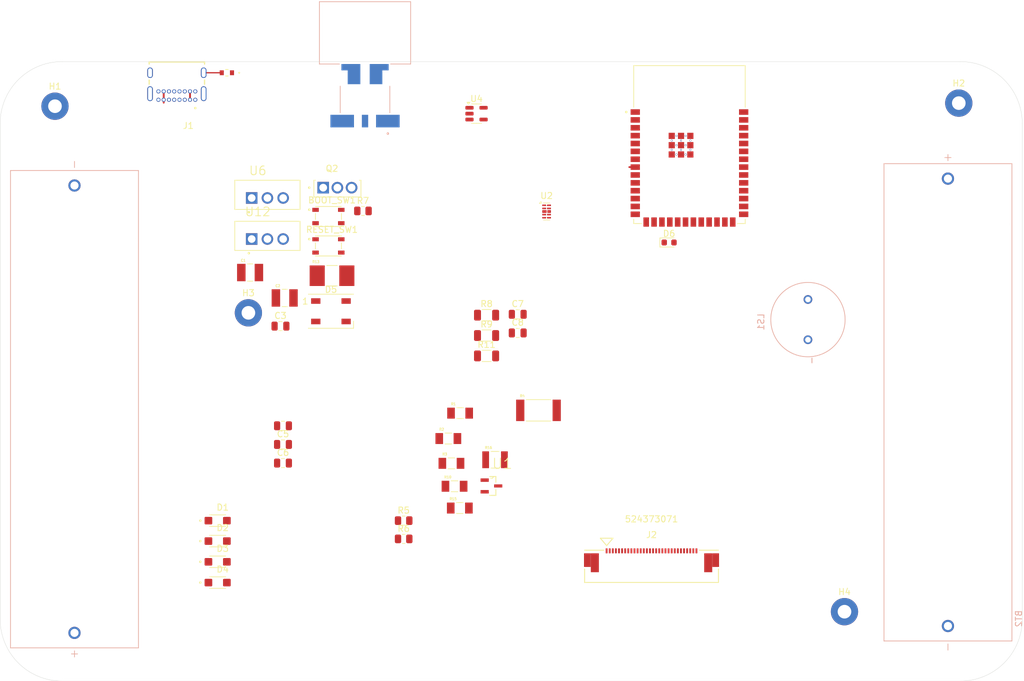
<source format=kicad_pcb>
(kicad_pcb (version 20240108) (generator "pcbnew") (generator_version "8.0")
  (layers (0 "F.Cu" signal) (31 "B.Cu" signal) (34 "B.Paste" user) (35 "F.Paste" user) (36 "B.SilkS" user "B.Silkscreen") (37 "F.SilkS" user "F.Silkscreen") (38 "B.Mask" user) (39 "F.Mask" user) (44 "Edge.Cuts" user))
  (net 0 "")
  (net 1 "Net-(D1-PadC)")
  (net 2 "Net-(U3-IO0)")
  (net 3 "Net-(U1-CATHODE)")
  (net 4 "GND")
  (net 5 "Net-(D2-PadC)")
  (net 6 "Net-(D1-PadA)")
  (net 7 "Net-(D3-PadC)")
  (net 8 "Net-(R1-Pad2)")
  (net 9 "Net-(LED1-Pad1)")
  (net 10 "Net-(BT1-PadN)")
  (net 11 "Net-(U6-ADJ)")
  (net 12 "Net-(U12-VOUT)")
  (net 13 "Net-(U6-VOUT)")
  (net 14 "Net-(U12-ADJ)")
  (net 15 "Net-(J1-VBUS)")
  (net 16 "/3V3")
  (net 18 "Net-(D6-A)")
  (net 20 "Net-(J1-CC2)")
  (net 21 "Net-(J1-CC1)")
  (net 23 "Net-(U3-IO15)")
  (net 24 "/ANODE")
  (net 25 "/ESP32_EN")
  (net 27 "/5V USB")
  (net 38 "Net-(U4-FB)")
  (net 39 "/GPIO48")
  (net 65 "/GPIO9")
  (net 66 "/GPIO10")
  (net 67 "/GPIO8")
  (net 68 "/GPIO18")
  (net 69 "/GPIO16")
  (net 70 "/GPIO5")
  (net 71 "/MTDO")
  (net 72 "/GPIO1")
  (net 73 "/GPIO21")
  (net 74 "/GPIO3")
  (net 75 "/GPIO4")
  (net 76 "/GPIO7")
  (net 77 "/MTMS")
  (net 78 "/MTDI")
  (net 79 "/GPIO13")
  (net 80 "/GPIO2")
  (net 81 "/GPIO6")
  (net 82 "/GPIO12")
  (net 83 "/GPPIO46")
  (net 84 "/USB_D+")
  (net 85 "/GPIO11")
  (net 86 "/GPIO45")
  (net 87 "/GPIO47")
  (net 88 "/GPIO14")
  (net 89 "/GPIO38")
  (net 90 "/GPIO17")
  (net 91 "/MTCK")
  (net 92 "/USB_D-")
  (footprint "Footprints:GCT_USB4085-GF-A_REVB" (layer "F.Cu") (at 58.025 21.3 180)
    (property "Reference" "J1" (at -1.85 -8.555 180) (layer "F.SilkS"))
    (property "Value" "USB4085")
    (pad "A1" thru_hole circle (at -2.975 -4.36 180) (size 0.65 0.65) (drill 0.4) (layers "*.Cu" "*.Mask") (net 4 "GND"))
    (pad "A4" thru_hole circle (at -2.125 -4.36 180) (size 0.65 0.65) (drill 0.4) (layers "*.Cu" "*.Mask") (net 15 "Net-(J1-VBUS)"))
    (pad "A5" thru_hole circle (at -1.275 -4.36 180) (size 0.65 0.65) (drill 0.4) (layers "*.Cu" "*.Mask") (net 21 "Net-(J1-CC1)"))
    (pad "A6" thru_hole circle (at -0.425 -4.36 180) (size 0.65 0.65) (drill 0.4) (layers "*.Cu" "*.Mask") (net 84 "/USB_D+"))
    (pad "A7" thru_hole circle (at 0.425 -4.36 180) (size 0.65 0.65) (drill 0.4) (layers "*.Cu" "*.Mask") (net 92 "/USB_D-"))
    (pad "A8" thru_hole circle (at 1.275 -4.36 180) (size 0.65 0.65) (drill 0.4) (layers "*.Cu" "*.Mask"))
    (pad "A9" thru_hole circle (at 2.125 -4.36 180) (size 0.65 0.65) (drill 0.4) (layers "*.Cu" "*.Mask") (net 15 "Net-(J1-VBUS)"))
    (pad "A12" thru_hole circle (at 2.975 -4.36 180) (size 0.65 0.65) (drill 0.4) (layers "*.Cu" "*.Mask") (net 4 "GND"))
    (pad "B1" thru_hole circle (at 2.975 -3.01 180) (size 0.65 0.65) (drill 0.4) (layers "*.Cu" "*.Mask") (net 4 "GND"))
    (pad "B4" thru_hole circle (at 2.125 -3.01 180) (size 0.65 0.65) (drill 0.4) (layers "*.Cu" "*.Mask") (net 15 "Net-(J1-VBUS)"))
    (pad "B5" thru_hole circle (at 1.275 -3.01 180) (size 0.65 0.65) (drill 0.4) (layers "*.Cu" "*.Mask") (net 20 "Net-(J1-CC2)"))
    (pad "B6" thru_hole circle (at 0.425 -3.01 180) (size 0.65 0.65) (drill 0.4) (layers "*.Cu" "*.Mask") (net 84 "/USB_D+"))
    (pad "B7" thru_hole circle (at -0.425 -3.01 180) (size 0.65 0.65) (drill 0.4) (layers "*.Cu" "*.Mask") (net 92 "/USB_D-"))
    (pad "B8" thru_hole circle (at -1.275 -3.01 180) (size 0.65 0.65) (drill 0.4) (layers "*.Cu" "*.Mask"))
    (pad "B9" thru_hole circle (at -2.125 -3.01 180) (size 0.65 0.65) (drill 0.4) (layers "*.Cu" "*.Mask") (net 15 "Net-(J1-VBUS)"))
    (pad "B12" thru_hole circle (at -2.975 -3.01 180) (size 0.65 0.65) (drill 0.4) (layers "*.Cu" "*.Mask") (net 4 "GND"))
    (pad "S1" thru_hole oval (at -4.325 0 180) (size 0.9 1.7) (drill oval 0.6 1.4) (layers "*.Cu" "*.Mask") (net 4 "GND"))
    (pad "S2" thru_hole oval (at 4.325 0 180) (size 0.9 1.7) (drill oval 0.6 1.4) (layers "*.Cu" "*.Mask") (net 4 "GND"))
    (pad "S3" thru_hole oval (at -4.325 -3.38 180) (size 0.9 2.4) (drill oval 0.6 2.1) (layers "*.Cu" "*.Mask") (net 4 "GND"))
    (pad "S4" thru_hole oval (at 4.325 -3.38 180) (size 0.9 2.4) (drill oval 0.6 2.1) (layers "*.Cu" "*.Mask") (net 4 "GND"))
  )
  (footprint "Footprints:SODFL3618X110N" (layer "F.Cu") (at 64.61 103.6)
    (property "Reference" "D4" (at 0.815 -2.135 0) (layer "F.SilkS"))
    (property "Value" "DSS14UTR" (hide yes))
    (pad "A" smd roundrect (at 1.49 0) (size 1.24 1.22) (layers "F.Cu" "F.Paste" "F.Mask") (roundrect_rratio 0.125) (net 7 "Net-(D3-PadC)"))
    (pad "C" smd roundrect (at -1.49 0) (size 1.24 1.22) (layers "F.Cu" "F.Paste" "F.Mask") (roundrect_rratio 0.125) (net 4 "GND"))
  )
  (footprint "Resistor_SMD:R_1206_3216Metric" (layer "F.Cu") (at 108.02 63.72)
    (property "Reference" "R9" (at 0 -1.82 0) (layer "F.SilkS"))
    (property "Value" "200k")
    (pad "1" smd roundrect (at -1.4625 0) (size 1.125 1.75) (layers "F.Cu" "F.Paste" "F.Mask") (roundrect_rratio 0.222222) (net 38 "Net-(U4-FB)"))
    (pad "2" smd roundrect (at 1.4625 0) (size 1.125 1.75) (layers "F.Cu" "F.Paste" "F.Mask") (roundrect_rratio 0.222222) (net 4 "GND"))
  )
  (footprint "Capacitor_SMD:C_0805_2012Metric" (layer "F.Cu") (at 113.05 60.29)
    (property "Reference" "C7" (at 0 -1.68 0) (layer "F.SilkS"))
    (property "Value" "10uF")
    (pad "1" smd roundrect (at -0.95 0) (size 1 1.45) (layers "F.Cu" "F.Paste" "F.Mask") (net 27 "/5V USB"))
    (pad "2" smd roundrect (at 0.95 0) (size 1 1.45) (layers "F.Cu" "F.Paste" "F.Mask") (net 4 "GND"))
  )
  (footprint "MountingHole:MountingHole_2.2mm_M2_Pad" (layer "F.Cu") (at 38.35 26.7)
    (property "Reference" "H1" (at 0 -3.2 0) (layer "F.SilkS"))
    (property "Value" "MountingHole_Pad" (hide yes))
    (pad "1" thru_hole circle (at 0 0) (size 4.4 4.4) (drill 2.2) (layers "*.Cu" "*.Mask") (net 4 "GND"))
  )
  (footprint "Footprints:SODFL3618X110N" (layer "F.Cu") (at 64.61 96.9)
    (property "Reference" "D2" (at 0.815 -2.135 0) (layer "F.SilkS"))
    (property "Value" "DSS14UTR" (hide yes))
    (pad "A" smd roundrect (at 1.49 0) (size 1.24 1.22) (layers "F.Cu" "F.Paste" "F.Mask") (roundrect_rratio 0.125) (net 1 "Net-(D1-PadC)"))
    (pad "C" smd roundrect (at -1.49 0) (size 1.24 1.22) (layers "F.Cu" "F.Paste" "F.Mask") (roundrect_rratio 0.125) (net 5 "Net-(D2-PadC)"))
  )
  (footprint "Footprints:SODFL3618X110N" (layer "F.Cu") (at 64.61 100.25)
    (property "Reference" "D3" (at 0.815 -2.135 0) (layer "F.SilkS"))
    (property "Value" "DSS14UTR" (hide yes))
    (pad "A" smd roundrect (at 1.49 0) (size 1.24 1.22) (layers "F.Cu" "F.Paste" "F.Mask") (roundrect_rratio 0.125) (net 5 "Net-(D2-PadC)"))
    (pad "C" smd roundrect (at -1.49 0) (size 1.24 1.22) (layers "F.Cu" "F.Paste" "F.Mask") (roundrect_rratio 0.125) (net 7 "Net-(D3-PadC)"))
  )
  (footprint "Resistor_SMD:R_0805_2012Metric" (layer "F.Cu") (at 94.6375 93.6)
    (property "Reference" "R5" (at 0 -1.65 0) (layer "F.SilkS"))
    (property "Value" "5.1k" (hide yes))
    (pad "1" smd roundrect (at -0.9125 0) (size 1.025 1.4) (layers "F.Cu" "F.Paste" "F.Mask") (roundrect_rratio 0.243902) (net 20 "Net-(J1-CC2)"))
    (pad "2" smd roundrect (at 0.9125 0) (size 1.025 1.4) (layers "F.Cu" "F.Paste" "F.Mask") (roundrect_rratio 0.243902) (net 4 "GND"))
  )
  (footprint "Resistor_SMD:R_1206_3216Metric" (layer "F.Cu") (at 108.02 60.43)
    (property "Reference" "R8" (at 0 -1.82 0) (layer "F.SilkS"))
    (property "Value" "1M")
    (pad "1" smd roundrect (at -1.4625 0) (size 1.125 1.75) (layers "F.Cu" "F.Paste" "F.Mask") (roundrect_rratio 0.222222) (net 16 "/3V3"))
    (pad "2" smd roundrect (at 1.4625 0) (size 1.125 1.75) (layers "F.Cu" "F.Paste" "F.Mask") (roundrect_rratio 0.222222) (net 38 "Net-(U4-FB)"))
  )
  (footprint "Footprints:CON_524373071_MOL" (layer "F.Cu") (at 134.650014 100.975)
    (property "Reference" "J2" (at 0 -5.08 0) (layer "F.SilkS"))
    (property "Value" "~")
    (fp_poly (pts (xy -9.8 -2.1) (xy -10.9 -2.1) (xy -10.9 0.1) (xy -9.8 0.1)) (fill solid) (layer "F.Cu"))
    (fp_poly (pts (xy 9.8 -2.1) (xy 10.9 -2.1) (xy 10.9 0.1) (xy 9.8 0.1)) (fill solid) (layer "F.Cu"))
    (fp_text user "524373071" (at 0 -7.62 0) (layer "F.SilkS"))
    (pad "1" smd rect (at -7.249986 -2.5) (size 0.3 0.8) (layers "F.Cu" "F.Paste" "F.Mask") (net 67 "/GPIO8"))
    (pad "2" smd rect (at -6.749986 -2.5) (size 0.3 0.8) (layers "F.Cu" "F.Paste" "F.Mask") (net 65 "/GPIO9"))
    (pad "3" smd rect (at -6.249985 -2.5) (size 0.3 0.8) (layers "F.Cu" "F.Paste" "F.Mask") (net 66 "/GPIO10"))
    (pad "4" smd rect (at -5.749986 -2.5) (size 0.3 0.8) (layers "F.Cu" "F.Paste" "F.Mask") (net 16 "/3V3"))
    (pad "5" smd rect (at -5.249984 -2.5) (size 0.3 0.8) (layers "F.Cu" "F.Paste" "F.Mask") (net 16 "/3V3"))
    (pad "6" smd rect (at -4.749985 -2.5) (size 0.3 0.8) (layers "F.Cu" "F.Paste" "F.Mask"))
    (pad "7" smd rect (at -4.249986 -2.5) (size 0.3 0.8) (layers "F.Cu" "F.Paste" "F.Mask"))
    (pad "8" smd rect (at -3.749985 -2.5) (size 0.3 0.8) (layers "F.Cu" "F.Paste" "F.Mask"))
    (pad "9" smd rect (at -3.249986 -2.5) (size 0.3 0.8) (layers "F.Cu" "F.Paste" "F.Mask"))
    (pad "10" smd rect (at -2.749984 -2.5) (size 0.3 0.8) (layers "F.Cu" "F.Paste" "F.Mask"))
    (pad "11" smd rect (at -2.249985 -2.5) (size 0.3 0.8) (layers "F.Cu" "F.Paste" "F.Mask"))
    (pad "12" smd rect (at -1.749986 -2.5) (size 0.3 0.8) (layers "F.Cu" "F.Paste" "F.Mask"))
    (pad "13" smd rect (at -1.249985 -2.5) (size 0.3 0.8) (layers "F.Cu" "F.Paste" "F.Mask"))
    (pad "14" smd rect (at -0.749986 -2.5) (size 0.3 0.8) (layers "F.Cu" "F.Paste" "F.Mask") (net 16 "/3V3"))
    (pad "15" smd rect (at -0.249984 -2.5) (size 0.3 0.8) (layers "F.Cu" "F.Paste" "F.Mask") (net 4 "GND"))
    (pad "16" smd rect (at 0.250015 -2.5) (size 0.3 0.8) (layers "F.Cu" "F.Paste" "F.Mask"))
    (pad "17" smd rect (at 0.750014 -2.5) (size 0.3 0.8) (layers "F.Cu" "F.Paste" "F.Mask"))
    (pad "18" smd rect (at 1.250015 -2.5) (size 0.3 0.8) (layers "F.Cu" "F.Paste" "F.Mask"))
    (pad "19" smd rect (at 1.750014 -2.5) (size 0.3 0.8) (layers "F.Cu" "F.Paste" "F.Mask"))
    (pad "20" smd rect (at 2.250016 -2.5) (size 0.3 0.8) (layers "F.Cu" "F.Paste" "F.Mask"))
    (pad "21" smd rect (at 2.750015 -2.5) (size 0.3 0.8) (layers "F.Cu" "F.Paste" "F.Mask"))
    (pad "22" smd rect (at 3.250014 -2.5) (size 0.3 0.8) (layers "F.Cu" "F.Paste" "F.Mask"))
    (pad "23" smd rect (at 3.750015 -2.5) (size 0.3 0.8) (layers "F.Cu" "F.Paste" "F.Mask"))
    (pad "24" smd rect (at 4.250014 -2.5) (size 0.3 0.8) (layers "F.Cu" "F.Paste" "F.Mask"))
    (pad "25" smd rect (at 4.750016 -2.5) (size 0.3 0.8) (layers "F.Cu" "F.Paste" "F.Mask"))
    (pad "26" smd rect (at 5.250015 -2.5) (size 0.3 0.8) (layers "F.Cu" "F.Paste" "F.Mask"))
    (pad "27" smd rect (at 5.750014 -2.5) (size 0.3 0.8) (layers "F.Cu" "F.Paste" "F.Mask"))
    (pad "28" smd rect (at 6.250015 -2.5) (size 0.3 0.8) (layers "F.Cu" "F.Paste" "F.Mask"))
    (pad "29" smd rect (at 6.750014 -2.5) (size 0.3 0.8) (layers "F.Cu" "F.Paste" "F.Mask"))
    (pad "30" smd rect (at 7.250016 -2.5) (size 0.3 0.8) (layers "F.Cu" "F.Paste" "F.Mask"))
    (pad "P1" smd rect (at -9.149986 -0.575) (size 1.3 3.049999) (layers "F.Cu" "F.Paste" "F.Mask"))
    (pad "P2" smd rect (at 9.149986 -0.575) (size 1.3 3.049999) (layers "F.Cu" "F.Paste" "F.Mask"))
  )
  (footprint "Footprints:SW_PTS810_SJM_250_SMTR_LFS" (layer "F.Cu") (at 82.49 49.255)
    (property "Reference" "RESET_SW1" (at 0.575 -2.635 0) (layer "F.SilkS"))
    (property "Value" "PTS810_SJM_250_SMTR_LFS" (hide yes))
    (pad "1" smd rect (at -2.075 -1.075) (size 1.05 0.65) (layers "F.Cu" "F.Paste" "F.Mask") (net 4 "GND"))
    (pad "2" smd rect (at 2.075 -1.075) (size 1.05 0.65) (layers "F.Cu" "F.Paste" "F.Mask") (net 4 "GND"))
    (pad "3" smd rect (at -2.075 1.075) (size 1.05 0.65) (layers "F.Cu" "F.Paste" "F.Mask") (net 25 "/ESP32_EN"))
    (pad "4" smd rect (at 2.075 1.075) (size 1.05 0.65) (layers "F.Cu" "F.Paste" "F.Mask") (net 25 "/ESP32_EN"))
  )
  (footprint "Footprints:RESC3225X60N" (layer "F.Cu") (at 109.3882 83.7728)
    (property "Reference" "R16" (at -1.06 -1.95 0) (layer "F.SilkS") (effects (font (size 0.393701 0.393701))))
    (property "Value" "CRCW12101K40FKEA" (hide yes))
    (pad "1" smd rect (at -1.515 0) (size 1.09 2.72) (layers "F.Cu" "F.Paste" "F.Mask") (net 12 "Net-(U12-VOUT)"))
    (pad "2" smd rect (at 1.515 0) (size 1.09 2.72) (layers "F.Cu" "F.Paste" "F.Mask") (net 14 "Net-(U12-ADJ)"))
  )
  (footprint "Package_TO_SOT_SMD:SOT-23-5" (layer "F.Cu") (at 106.4 27.9)
    (property "Reference" "U4" (at 0 -2.4 0) (layer "F.SilkS"))
    (property "Value" "TLV75801PDBV")
    (pad "1" smd roundrect (at -1.1375 -0.95) (size 1.325 0.6) (layers "F.Cu" "F.Paste" "F.Mask") (net 27 "/5V USB"))
    (pad "2" smd roundrect (at -1.1375 0) (size 1.325 0.6) (layers "F.Cu" "F.Paste" "F.Mask") (net 4 "GND"))
    (pad "3" smd roundrect (at -1.1375 0.95) (size 1.325 0.6) (layers "F.Cu" "F.Paste" "F.Mask") (net 27 "/5V USB"))
    (pad "4" smd roundrect (at 1.1375 0.95) (size 1.325 0.6) (layers "F.Cu" "F.Paste" "F.Mask") (net 38 "Net-(U4-FB)"))
    (pad "5" smd roundrect (at 1.1375 -0.95) (size 1.325 0.6) (layers "F.Cu" "F.Paste" "F.Mask") (net 16 "/3V3"))
  )
  (footprint "MountingHole:MountingHole_2.2mm_M2_Pad" (layer "F.Cu") (at 69.575 60.055)
    (property "Reference" "H3" (at 0 -3.2 0) (layer "F.SilkS"))
    (property "Value" "MountingHole_Pad" (hide yes))
    (pad "1" thru_hole circle (at 0 0) (size 4.4 4.4) (drill 2.2) (layers "*.Cu" "*.Mask") (net 4 "GND"))
  )
  (footprint "Resistor_SMD:R_0805_2012Metric" (layer "F.Cu") (at 94.6375 96.55)
    (property "Reference" "R6" (at 0 -1.65 0) (layer "F.SilkS"))
    (property "Value" "5.1k")
    (pad "1" smd roundrect (at -0.9125 0) (size 1.025 1.4) (layers "F.Cu" "F.Paste" "F.Mask") (roundrect_rratio 0.243902) (net 21 "Net-(J1-CC1)"))
    (pad "2" smd roundrect (at 0.9125 0) (size 1.025 1.4) (layers "F.Cu" "F.Paste" "F.Mask") (roundrect_rratio 0.243902) (net 4 "GND"))
  )
  (footprint "MountingHole:MountingHole_2.2mm_M2_Pad" (layer "F.Cu") (at 165.8 108.3)
    (property "Reference" "H4" (at 0 -3.2 0) (layer "F.SilkS"))
    (property "Value" "MountingHole_Pad" (hide yes))
    (pad "1" thru_hole circle (at 0 0) (size 4.4 4.4) (drill 2.2) (layers "*.Cu" "*.Mask") (net 4 "GND"))
  )
  (footprint "Capacitor_SMD:C_0805_2012Metric" (layer "F.Cu") (at 75.1575 84.31)
    (property "Reference" "C6" (at 0 -1.68 0) (layer "F.SilkS"))
    (property "Value" "0.1uF")
    (pad "1" smd roundrect (at -0.95 0) (size 1 1.45) (layers "F.Cu" "F.Paste" "F.Mask") (net 2 "Net-(U3-IO0)"))
    (pad "2" smd roundrect (at 0.95 0) (size 1 1.45) (layers "F.Cu" "F.Paste" "F.Mask") (net 4 "GND"))
  )
  (footprint "Footprints:RESC6332X70N" (layer "F.Cu") (at 116.4 75.8)
    (property "Reference" "R4" (at -2.61 -2.33 0) (layer "F.SilkS") (effects (font (size 0.393701 0.393701) (thickness 0.098425))))
    (property "Value" "RMCF2512JT330R" (hide yes))
    (pad "1" smd rect (at -2.944 0) (size 1.33 3.46) (layers "F.Cu" "F.Paste" "F.Mask") (net 6 "Net-(D1-PadA)"))
    (pad "2" smd rect (at 2.944 0) (size 1.33 3.46) (layers "F.Cu" "F.Paste" "F.Mask") (net 9 "Net-(LED1-Pad1)"))
  )
  (footprint "Footprints:RESC3216X70N" (layer "F.Cu") (at 103.7012 91.5698)
    (property "Reference" "R15" (at -1.08 -1.48 0) (layer "F.SilkS") (effects (font (size 0.393701 0.393701) (thickness 0.098425))))
    (property "Value" "RMCF2512JT3K30" (hide yes))
    (pad "1" smd rect (at -1.466 0) (size 1.23 1.77) (layers "F.Cu" "F.Paste" "F.Mask") (net 14 "Net-(U12-ADJ)"))
    (pad "2" smd rect (at 1.466 0) (size 1.23 1.77) (layers "F.Cu" "F.Paste" "F.Mask") (net 4 "GND"))
  )
  (footprint "Footprints:RESC3216X70N" (layer "F.Cu") (at 102.35 84.35)
    (property "Reference" "R3" (at -1.08 -1.48 0) (layer "F.SilkS") (effects (font (size 0.393701 0.393701) (thickness 0.098425))))
    (property "Value" "RMCF1206FT1K00" (hide yes))
    (pad "1" smd rect (at -1.466 0) (size 1.23 1.77) (layers "F.Cu" "F.Paste" "F.Mask") (net 11 "Net-(U6-ADJ)"))
    (pad "2" smd rect (at 1.466 0) (size 1.23 1.77) (layers "F.Cu" "F.Paste" "F.Mask") (net 3 "Net-(U1-CATHODE)"))
  )
  (footprint "Footprints:XCVR_ESP32-S3-WROOM-2-N32R8V" (layer "F.Cu") (at 140.775 32.9)
    (property "Reference" "U3" (hide yes))
    (property "Value" "ESP32-S3-WROOM-2-N32R8V" (hide yes))
    (pad "1" smd rect (at -8.75 -5.26) (size 1.5 0.9) (layers "F.Cu" "F.Paste" "F.Mask") (net 4 "GND"))
    (pad "2" smd rect (at -8.75 -3.99) (size 1.5 0.9) (layers "F.Cu" "F.Paste" "F.Mask") (net 16 "/3V3"))
    (pad "3" smd rect (at -8.75 -2.72) (size 1.5 0.9) (layers "F.Cu" "F.Paste" "F.Mask") (net 25 "/ESP32_EN"))
    (pad "4" smd rect (at -8.75 -1.45) (size 1.5 0.9) (layers "F.Cu" "F.Paste" "F.Mask") (net 75 "/GPIO4"))
    (pad "5" smd rect (at -8.75 -0.18) (size 1.5 0.9) (layers "F.Cu" "F.Paste" "F.Mask") (net 70 "/GPIO5"))
    (pad "6" smd rect (at -8.75 1.09) (size 1.5 0.9) (layers "F.Cu" "F.Paste" "F.Mask") (net 81 "/GPIO6"))
    (pad "7" smd rect (at -8.75 2.36) (size 1.5 0.9) (layers "F.Cu" "F.Paste" "F.Mask") (net 76 "/GPIO7"))
    (pad "8" smd rect (at -8.75 3.63) (size 1.5 0.9) (layers "F.Cu" "F.Paste" "F.Mask") (net 23 "Net-(U3-IO15)"))
    (pad "9" smd rect (at -8.75 4.9) (size 1.5 0.9) (layers "F.Cu" "F.Paste" "F.Mask") (net 69 "/GPIO16"))
    (pad "10" smd rect (at -8.75 6.17) (size 1.5 0.9) (layers "F.Cu" "F.Paste" "F.Mask") (net 90 "/GPIO17"))
    (pad "11" smd rect (at -8.75 7.44) (size 1.5 0.9) (layers "F.Cu" "F.Paste" "F.Mask") (net 68 "/GPIO18"))
    (pad "12" smd rect (at -8.75 8.71) (size 1.5 0.9) (layers "F.Cu" "F.Paste" "F.Mask") (net 67 "/GPIO8"))
    (pad "13" smd rect (at -8.75 9.98) (size 1.5 0.9) (layers "F.Cu" "F.Paste" "F.Mask") (net 92 "/USB_D-"))
    (pad "14" smd rect (at -8.75 11.25) (size 1.5 0.9) (layers "F.Cu" "F.Paste" "F.Mask") (net 84 "/USB_D+"))
    (pad "15" smd rect (at -6.985 12.5) (size 0.9 1.5) (layers "F.Cu" "F.Paste" "F.Mask") (net 74 "/GPIO3"))
    (pad "16" smd rect (at -5.715 12.5) (size 0.9 1.5) (layers "F.Cu" "F.Paste" "F.Mask") (net 83 "/GPPIO46"))
    (pad "17" smd rect (at -4.445 12.5) (size 0.9 1.5) (layers "F.Cu" "F.Paste" "F.Mask") (net 65 "/GPIO9"))
    (pad "18" smd rect (at -3.175 12.5) (size 0.9 1.5) (layers "F.Cu" "F.Paste" "F.Mask") (net 66 "/GPIO10"))
    (pad "19" smd rect (at -1.905 12.5) (size 0.9 1.5) (layers "F.Cu" "F.Paste" "F.Mask") (net 85 "/GPIO11"))
    (pad "20" smd rect (at -0.635 12.5) (size 0.9 1.5) (layers "F.Cu" "F.Paste" "F.Mask") (net 82 "/GPIO12"))
    (pad "21" smd rect (at 0.635 12.5) (size 0.9 1.5) (layers "F.Cu" "F.Paste" "F.Mask") (net 79 "/GPIO13"))
    (pad "22" smd rect (at 1.905 12.5) (size 0.9 1.5) (layers "F.Cu" "F.Paste" "F.Mask") (net 88 "/GPIO14"))
    (pad "23" smd rect (at 3.175 12.5) (size 0.9 1.5) (layers "F.Cu" "F.Paste" "F.Mask") (net 73 "/GPIO21"))
    (pad "24" smd rect (at 4.445 12.5) (size 0.9 1.5) (layers "F.Cu" "F.Paste" "F.Mask") (net 87 "/GPIO47"))
    (pad "25" smd rect (at 5.715 12.5) (size 0.9 1.5) (layers "F.Cu" "F.Paste" "F.Mask") (net 39 "/GPIO48"))
    (pad "26" smd rect (at 6.985 12.5) (size 0.9 1.5) (layers "F.Cu" "F.Paste" "F.Mask") (net 86 "/GPIO45"))
    (pad "27" smd rect (at 8.75 11.25) (size 1.5 0.9) (layers "F.Cu" "F.Paste" "F.Mask") (net 2 "Net-(U3-IO0)"))
    (pad "28" smd rect (at 8.75 9.98) (size 1.5 0.9) (layers "F.Cu" "F.Paste" "F.Mask"))
    (pad "29" smd rect (at 8.75 8.71) (size 1.5 0.9) (layers "F.Cu" "F.Paste" "F.Mask"))
    (pad "30" smd rect (at 8.75 7.44) (size 1.5 0.9) (layers "F.Cu" "F.Paste" "F.Mask"))
    (pad "31" smd rect (at 8.75 6.17) (size 1.5 0.9) (layers "F.Cu" "F.Paste" "F.Mask") (net 89 "/GPIO38"))
    (pad "32" smd rect (at 8.75 4.9) (size 1.5 0.9) (layers "F.Cu" "F.Paste" "F.Mask") (net 91 "/MTCK"))
    (pad "33" smd rect (at 8.75 3.63) (size 1.5 0.9) (layers "F.Cu" "F.Paste" "F.Mask") (net 71 "/MTDO"))
    (pad "34" smd rect (at 8.75 2.36) (size 1.5 0.9) (layers "F.Cu" "F.Paste" "F.Mask") (net 78 "/MTDI"))
    (pad "35" smd rect (at 8.75 1.09) (size 1.5 0.9) (layers "F.Cu" "F.Paste" "F.Mask") (net 77 "/MTMS"))
    (pad "36" smd rect (at 8.75 -0.18) (size 1.5 0.9) (layers "F.Cu" "F.Paste" "F.Mask"))
    (pad "37" smd rect (at 8.75 -1.45) (size 1.5 0.9) (layers "F.Cu" "F.Paste" "F.Mask"))
    (pad "38" smd rect (at 8.75 -2.72) (size 1.5 0.9) (layers "F.Cu" "F.Paste" "F.Mask") (net 80 "/GPIO2"))
    (pad "39" smd rect (at 8.75 -3.99) (size 1.5 0.9) (layers "F.Cu" "F.Paste" "F.Mask") (net 72 "/GPIO1"))
    (pad "40" smd rect (at 8.75 -5.26) (size 1.5 0.9) (layers "F.Cu" "F.Paste" "F.Mask") (net 4 "GND"))
    (pad "41_1" smd rect (at -1.36 0.09) (size 1 1) (layers "F.Cu" "F.Paste" "F.Mask") (net 4 "GND"))
    (pad "41_2" smd rect (at -2.86 0.09) (size 1 1) (layers "F.Cu" "F.Paste" "F.Mask") (net 4 "GND"))
    (pad "41_3" smd rect (at 0.14 0.09) (size 1 1) (layers "F.Cu" "F.Paste" "F.Mask") (net 4 "GND"))
    (pad "41_4" smd rect (at -2.86 1.59) (size 1 1) (layers "F.Cu" "F.Paste" "F.Mask") (net 4 "GND"))
    (pad "41_5" smd rect (at -1.36 1.59) (size 1 1) (layers "F.Cu" "F.Paste" "F.Mask") (net 4 "GND"))
    (pad "41_6" smd rect (at 0.14 1.59) (size 1 1) (layers "F.Cu" "F.Paste" "F.Mask") (net 4 "GND"))
    (pad "41_7" smd rect (at -2.86 -1.41) (size 1 1) (layers "F.Cu" "F.Paste" "F.Mask") (net 4 "GND"))
    (pad "41_8" smd rect (at -1.36 -1.41) (size 1 1) (layers "F.Cu" "F.Paste" "F.Mask") (net 4 "GND"))
    (pad "41_9" smd rect (at 0.14 -1.41) (size 1 1) (layers "F.Cu" "F.Paste" "F.Mask") (net 4 "GND"))
    (pad "41_10" thru_hole circle (at -1.36 -0.66) (size 0.3 0.3) (drill 0.2) (layers "*.Cu"))
    (pad "41_11" thru_hole circle (at -2.86 -0.66) (size 0.3 0.3) (drill 0.2) (layers "*.Cu"))
    (pad "41_12" thru_hole circle (at 0.14 -0.66) (size 0.3 0.3) (drill 0.2) (layers "*.Cu"))
    (pad "41_13" thru_hole circle (at -2.86 0.84) (size 0.3 0.3) (drill 0.2) (layers "*.Cu"))
    (pad "41_14" thru_hole circle (at -1.36 0.84) (size 0.3 0.3) (drill 0.2) (layers "*.Cu"))
    (pad "41_15" thru_hole circle (at 0.14 0.84) (size 0.3 0.3) (drill 0.2) (layers "*.Cu"))
    (pad "41_16" thru_hole circle (at -2.11 -1.41) (size 0.3 0.3) (drill 0.2) (layers "*.Cu"))
    (pad "41_17" thru_hole circle (at -0.61 -1.41) (size 0.3 0.3) (drill 0.2) (layers "*.Cu"))
    (pad "41_18" thru_hole circle (at -2.11 0.09) (size 0.3 0.3) (drill 0.2) (layers "*.Cu"))
    (pad "41_19" thru_hole circle (at -0.61 0.09) (size 0.3 0.3) (drill 0.2) (layers "*.Cu"))
    (pad "41_20" thru_hole circle (at -2.11 1.59) (size 0.3 0.3) (drill 0.2) (layers "*.Cu"))
    (pad "41_21" thru_hole circle (at -0.61 1.59) (size 0.3 0.3) (drill 0.2) (layers "*.Cu"))
  )
  (footprint "Footprints:SW_PTS810_SJM_250_SMTR_LFS" (layer "F.Cu") (at 82.49 44.505)
    (property "Reference" "BOOT_SW1" (at 0.575 -2.635 0) (layer "F.SilkS"))
    (property "Value" "PTS810_SJM_250_SMTR_LFS" (hide yes))
    (pad "1" smd rect (at -2.075 -1.075) (size 1.05 0.65) (layers "F.Cu" "F.Paste" "F.Mask") (net 4 "GND"))
    (pad "2" smd rect (at 2.075 -1.075) (size 1.05 0.65) (layers "F.Cu" "F.Paste" "F.Mask") (net 4 "GND"))
    (pad "3" smd rect (at -2.075 1.075) (size 1.05 0.65) (layers "F.Cu" "F.Paste" "F.Mask") (net 2 "Net-(U3-IO0)"))
    (pad "4" smd rect (at 2.075 1.075) (size 1.05 0.65) (layers "F.Cu" "F.Paste" "F.Mask") (net 2 "Net-(U3-IO0)"))
  )
  (footprint "Footprints:TO254P1054X470X1955-3" (layer "F.Cu") (at 72.645 47.63)
    (property "Reference" "U12" (at -1.555 -3.889 0) (layer "F.SilkS") (effects (font (size 1.4 1.4))))
    (property "Value" "LM317T" (hide yes))
    (pad "1" thru_hole rect (at -2.54 0.51) (size 1.86 1.86) (drill 1.24) (layers "*.Cu" "*.Mask") (net 14 "Net-(U12-ADJ)"))
    (pad "2" thru_hole circle (at 0 0.51) (size 1.86 1.86) (drill 1.24) (layers "*.Cu" "*.Mask") (net 12 "Net-(U12-VOUT)"))
    (pad "3" thru_hole circle (at 2.54 0.51) (size 1.86 1.86) (drill 1.24) (layers "*.Cu" "*.Mask") (net 15 "Net-(J1-VBUS)"))
  )
  (footprint "Package_DFN_QFN:Diodes_UDFN-10_1.0x2.5mm_P0.5mm" (layer "F.Cu") (at 117.7125 43.7)
    (property "Reference" "U2" (at 0 -2.54 0) (layer "F.SilkS"))
    (property "Value" "D3V3XA4B10LP" (hide yes))
    (pad "1" smd rect (at -0.3875 -1 270) (size 0.25 0.625) (layers "F.Cu" "F.Paste" "F.Mask") (net 84 "/USB_D+"))
    (pad "2" smd rect (at -0.3875 -0.5 270) (size 0.25 0.625) (layers "F.Cu" "F.Paste" "F.Mask") (net 92 "/USB_D-"))
    (pad "3" smd rect (at -0.35 0 270) (size 0.45 0.7) (layers "F.Cu" "F.Paste" "F.Mask") (net 4 "GND"))
    (pad "4" smd rect (at -0.3875 0.5 270) (size 0.25 0.625) (layers "F.Cu" "F.Paste" "F.Mask") (net 27 "/5V USB"))
    (pad "5" smd rect (at -0.3875 1 270) (size 0.25 0.625) (layers "F.Cu" "F.Paste" "F.Mask"))
    (pad "6" smd rect (at 0.3875 1 270) (size 0.25 0.625) (layers "F.Cu" "F.Paste" "F.Mask"))
    (pad "7" smd rect (at 0.3875 0.5 270) (size 0.25 0.625) (layers "F.Cu" "F.Paste" "F.Mask"))
    (pad "8" smd rect (at 0.4125 0 270) (size 0.45 0.575) (layers "F.Cu" "F.Paste" "F.Mask") (net 4 "GND"))
    (pad "9" smd rect (at 0.3875 -0.5 270) (size 0.25 0.625) (layers "F.Cu" "F.Paste" "F.Mask"))
    (pad "10" smd rect (at 0.3875 -1 270) (size 0.25 0.625) (layers "F.Cu" "F.Paste" "F.Mask"))
  )
  (footprint "LED_SMD:LED_0603_1608Metric" (layer "F.Cu") (at 137.4875 48.7)
    (property "Reference" "D6" (at 0 -1.43 0) (layer "F.SilkS"))
    (property "Value" "LED")
    (pad "1" smd roundrect (at -0.7875 0) (size 0.875 0.95) (layers "F.Cu" "F.Paste" "F.Mask") (net 4 "GND"))
    (pad "2" smd roundrect (at 0.7875 0) (size 0.875 0.95) (layers "F.Cu" "F.Paste" "F.Mask") (net 18 "Net-(D6-A)"))
  )
  (footprint "LED_SMD:LED_WS2812B_PLCC4_5.0x5.0mm_P3.2mm" (layer "F.Cu") (at 82.9 59.8)
    (property "Reference" "D5" (at 0 -3.5 0) (layer "F.SilkS"))
    (property "Value" "WS2812B" (hide yes))
    (fp_text user "1" (at -4.15 -1.6 0) (layer "F.SilkS"))
    (pad "1" smd rect (at -2.45 -1.65) (size 1.5 0.9) (layers "F.Cu" "F.Paste" "F.Mask") (net 16 "/3V3"))
    (pad "2" smd rect (at -2.45 1.65) (size 1.5 0.9) (layers "F.Cu" "F.Paste" "F.Mask"))
    (pad "3" smd rect (at 2.45 1.65) (size 1.5 0.9) (layers "F.Cu" "F.Paste" "F.Mask") (net 4 "GND"))
    (pad "4" smd rect (at 2.45 -1.65) (size 1.5 0.9) (layers "F.Cu" "F.Paste" "F.Mask") (net 39 "/GPIO48"))
  )
  (footprint "Footprints:RESC3216X70N" (layer "F.Cu") (at 101.85 80.35)
    (property "Reference" "R2" (at -1.08 -1.48 0) (layer "F.SilkS") (effects (font (size 0.393701 0.393701) (thickness 0.098425))))
    (property "Value" "RMCF1206FT20R0" (hide yes))
    (pad "1" smd rect (at -1.466 0) (size 1.23 1.77) (layers "F.Cu" "F.Paste" "F.Mask") (net 11 "Net-(U6-ADJ)"))
    (pad "2" smd rect (at 1.466 0) (size 1.23 1.77) (layers "F.Cu" "F.Paste" "F.Mask") (net 24 "/ANODE"))
  )
  (footprint "Capacitor_SMD:C_0805_2012Metric" (layer "F.Cu") (at 113.05 63.3)
    (property "Reference" "C8" (at 0 -1.68 0) (layer "F.SilkS"))
    (property "Value" "10uF")
    (pad "1" smd roundrect (at -0.95 0) (size 1 1.45) (layers "F.Cu" "F.Paste" "F.Mask") (net 16 "/3V3"))
    (pad "2" smd roundrect (at 0.95 0) (size 1 1.45) (layers "F.Cu" "F.Paste" "F.Mask") (net 4 "GND"))
  )
  (footprint "Footprints:RESC3216X70N" (layer "F.Cu") (at 103.75 76.25)
    (property "Reference" "R1" (at -1.08 -1.48 0) (layer "F.SilkS") (effects (font (size 0.393701 0.393701) (thickness 0.098425))))
    (property "Value" "RMCF1206FT20R0" (hide yes))
    (pad "1" smd rect (at -1.466 0) (size 1.23 1.77) (layers "F.Cu" "F.Paste" "F.Mask") (net 24 "/ANODE"))
    (pad "2" smd rect (at 1.466 0) (size 1.23 1.77) (layers "F.Cu" "F.Paste" "F.Mask") (net 8 "Net-(R1-Pad2)"))
  )
  (footprint "Footprints:SOT95P237X112-3N" (layer "F.Cu") (at 108.8078 88)
    (property "Reference" "U1" (at 1.75616 -3.58864 0) (layer "F.SilkS") (effects (font (size 1.643323 1.643323))))
    (property "Value" "TL431AIDBZR")
    (pad "1" smd rect (at -1.0922 -0.9398) (size 1.3208 0.5588) (layers "F.Cu" "F.Paste" "F.Mask") (net 4 "GND"))
    (pad "2" smd rect (at -1.0922 0.9398) (size 1.3208 0.5588) (layers "F.Cu" "F.Paste" "F.Mask") (net 3 "Net-(U1-CATHODE)"))
    (pad "3" smd rect (at 1.0922 0) (size 1.3208 0.508) (layers "F.Cu" "F.Paste" "F.Mask") (net 24 "/ANODE"))
  )
  (footprint "Footprints:TO254P1054X470X1955-3" (layer "F.Cu") (at 72.645 41.005)
    (property "Reference" "U6" (at -1.555 -3.889 0) (layer "F.SilkS") (effects (font (size 1.4 1.4))))
    (property "Value" "LM317T")
    (pad "1" thru_hole rect (at -2.54 0.51) (size 1.86 1.86) (drill 1.24) (layers "*.Cu" "*.Mask") (net 11 "Net-(U6-ADJ)"))
    (pad "2" thru_hole circle (at 0 0.51) (size 1.86 1.86) (drill 1.24) (layers "*.Cu" "*.Mask") (net 13 "Net-(U6-VOUT)"))
    (pad "3" thru_hole circle (at 2.54 0.51) (size 1.86 1.86) (drill 1.24) (layers "*.Cu" "*.Mask") (net 12 "Net-(U12-VOUT)"))
  )
  (footprint "Resistor_SMD:R_0805_2012Metric" (layer "F.Cu") (at 88.065 43.605)
    (property "Reference" "R7" (at 0 -1.65 0) (layer "F.SilkS"))
    (property "Value" "10k")
    (pad "1" smd roundrect (at -0.9125 0) (size 1.025 1.4) (layers "F.Cu" "F.Paste" "F.Mask") (roundrect_rratio 0.243902) (net 16 "/3V3"))
    (pad "2" smd roundrect (at 0.9125 0) (size 1.025 1.4) (layers "F.Cu" "F.Paste" "F.Mask") (roundrect_rratio 0.243902) (net 25 "/ESP32_EN"))
  )
  (footprint "Footprints:RESC3216X70N" (layer "F.Cu") (at 102.85 88.05)
    (property "Reference" "R10" (at -1.08 -1.48 0) (layer "F.SilkS") (effects (font (size 0.393701 0.393701) (thickness 0.098425))))
    (property "Value" "RMCF1206FT20R0" (hide yes))
    (pad "1" smd rect (at -1.466 0) (size 1.23 1.77) (layers "F.Cu" "F.Paste" "F.Mask") (net 8 "Net-(R1-Pad2)"))
    (pad "2" smd rect (at 1.466 0) (size 1.23 1.77) (layers "F.Cu" "F.Paste" "F.Mask") (net 4 "GND"))
  )
  (footprint "Footprints:RESC6331X80N" (layer "F.Cu") (at 83.073 54.063)
    (property "Reference" "R13" (at -2.61 -2.25 0) (layer "F.SilkS") (effects (font (size 0.393701 0.393701) (thickness 0.098425))))
    (property "Value" "CRM2512-FX-2R00ELF" (hide yes))
    (pad "1" smd rect (at -2.39 0) (size 2.44 3.32) (layers "F.Cu" "F.Paste" "F.Mask") (net 13 "Net-(U6-VOUT)"))
    (pad "2" smd rect (at 2.39 0) (size 2.44 3.32) (layers "F.Cu" "F.Paste" "F.Mask") (net 11 "Net-(U6-ADJ)"))
  )
  (footprint "Resistor_SMD:R_1206_3216Metric" (layer "F.Cu") (at 108.02 67.01)
    (property "Reference" "R11" (at 0 -1.82 0) (layer "F.SilkS"))
    (property "Value" "5.1k")
    (pad "1" smd roundrect (at -1.4625 0) (size 1.125 1.75) (layers "F.Cu" "F.Paste" "F.Mask") (roundrect_rratio 0.222222) (net 16 "/3V3"))
    (pad "2" smd roundrect (at 1.4625 0) (size 1.125 1.75) (layers "F.Cu" "F.Paste" "F.Mask") (roundrect_rratio 0.222222) (net 18 "Net-(D6-A)"))
  )
  (footprint "Footprints:SODFL3618X110N" (layer "F.Cu") (at 64.61 93.6)
    (property "Reference" "D1" (at 0.815 -2.135 0) (layer "F.SilkS"))
    (property "Value" "DSS14UTR" (hide yes))
    (pad "A" smd roundrect (at 1.49 0) (size 1.24 1.22) (layers "F.Cu" "F.Paste" "F.Mask") (roundrect_rratio 0.125) (net 6 "Net-(D1-PadA)"))
    (pad "C" smd roundrect (at -1.49 0) (size 1.24 1.22) (layers "F.Cu" "F.Paste" "F.Mask") (roundrect_rratio 0.125) (net 1 "Net-(D1-PadC)"))
  )
  (footprint "MountingHole:MountingHole_2.2mm_M2_Pad" (layer "F.Cu") (at 184.25 26.2)
    (property "Reference" "H2" (at 0 -3.2 0) (layer "F.SilkS"))
    (property "Value" "MountingHole_Pad")
    (pad "1" thru_hole circle (at 0 0) (size 4.4 4.4) (drill 2.2) (layers "*.Cu" "*.Mask") (net 4 "GND"))
  )
  (footprint "Capacitor_SMD:C_0805_2012Metric" (layer "F.Cu") (at 75.1575 81.3)
    (property "Reference" "C5" (at 0 -1.68 0) (layer "F.SilkS"))
    (property "Value" "0.1uF")
    (pad "1" smd roundrect (at -0.95 0) (size 1 1.45) (layers "F.Cu" "F.Paste" "F.Mask") (net 25 "/ESP32_EN"))
    (pad "2" smd roundrect (at 0.95 0) (size 1 1.45) (layers "F.Cu" "F.Paste" "F.Mask") (net 4 "GND"))
  )
  (footprint "Footprints:CAPC3225X280N" (layer "F.Cu") (at 69.85 53.55)
    (property "Reference" "C1" (at -1.11 -1.95 0) (layer "F.SilkS") (effects (font (size 0.393701 0.393701) (thickness 0.098425))))
    (property "Value" "JMK325ABJ107MM-P" (hide yes))
    (pad "1" smd rect (at -1.42 0) (size 1.37 2.81) (layers "F.Cu" "F.Paste" "F.Mask") (net 15 "Net-(J1-VBUS)"))
    (pad "2" smd rect (at 1.42 0) (size 1.37 2.81) (layers "F.Cu" "F.Paste" "F.Mask") (net 4 "GND"))
  )
  (footprint "Footprints:LED_APT1608SGC_KNB" (layer "F.Cu") (at 66.1 21.3 180)
    (property "Reference" "LED1" (hide yes))
    (property "Value" "APT1608SGC" (hide yes))
    (pad "1" smd rect (at -0.8255 0 180) (size 0.6604 0.7874) (layers "F.Cu" "F.Paste" "F.Mask") (net 9 "Net-(LED1-Pad1)"))
    (pad "2" smd rect (at 0.8255 0 180) (size 0.6604 0.7874) (layers "F.Cu" "F.Paste" "F.Mask") (net 4 "GND"))
  )
  (footprint "Capacitor_SMD:C_0805_2012Metric" (layer "F.Cu") (at 74.75 62.2)
    (property "Reference" "C3" (at 0 -1.68 0) (layer "F.SilkS"))
    (property "Value" "0.1uF" (hide yes))
    (pad "1" smd roundrect (at -0.95 0) (size 1 1.45) (layers "F.Cu" "F.Paste" "F.Mask") (net 16 "/3V3"))
    (pad "2" smd roundrect (at 0.95 0) (size 1 1.45) (layers "F.Cu" "F.Paste" "F.Mask") (net 4 "GND"))
  )
  (footprint "Footprints:CAPC3225X280N" (layer "F.Cu") (at 75.433 57.655)
    (property "Reference" "C2" (at -1.11 -1.95 0) (layer "F.SilkS") (effects (font (size 0.393701 0.393701) (thickness 0.098425))))
    (property "Value" "JMK325ABJ107MM-P" (hide yes))
    (pad "1" smd rect (at -1.42 0) (size 1.37 2.81) (layers "F.Cu" "F.Paste" "F.Mask") (net 12 "Net-(U12-VOUT)"))
    (pad "2" smd rect (at 1.42 0) (size 1.37 2.81) (layers "F.Cu" "F.Paste" "F.Mask") (net 4 "GND"))
  )
  (footprint "Footprints:TO229P760X270X1364-3" (layer "F.Cu") (at 83.94 40.005)
    (property "Reference" "Q2" (at -0.875 -3.235 0) (layer "F.SilkS"))
    (property "Value" "BD140")
    (pad "1" thru_hole rect (at -2.29 -0.155) (size 1.875 1.875) (drill 1.25) (layers "*.Cu" "*.Mask") (net 11 "Net-(U6-ADJ)"))
    (pad "2" thru_hole circle (at 0 -0.155) (size 1.875 1.875) (drill 1.25) (layers "*.Cu" "*.Mask") (net 6 "Net-(D1-PadA)"))
    (pad "3" thru_hole circle (at 2.29 -0.155) (size 1.875 1.875) (drill 1.25) (layers "*.Cu" "*.Mask") (net 3 "Net-(U1-CATHODE)"))
  )
  (footprint "Capacitor_SMD:C_0805_2012Metric" (layer "F.Cu") (at 75.1575 78.29)
    (property "Reference" "C4" (hide yes))
    (property "Value" "10uF")
    (pad "1" smd roundrect (at -0.95 0) (size 1 1.45) (layers "F.Cu" "F.Paste" "F.Mask") (net 16 "/3V3"))
    (pad "2" smd roundrect (at 0.95 0) (size 1 1.45) (layers "F.Cu" "F.Paste" "F.Mask") (net 4 "GND"))
  )
  (footprint "Footprints:BAT_1043P" (layer "B.Cu") (at 182.5 74.5 90)
    (property "Reference" "BT2" (at -34.925 11.43 -90) (layer "B.SilkS") (effects (justify mirror)))
    (property "Value" "1043P")
    (pad "" np_thru_hole circle (at -27.29 -8 90) (size 3.55 3.55) (drill 3.55) (layers "*.Cu" "*.Mask"))
    (pad "" np_thru_hole circle (at 27.91 8 90) (size 3.55 3.55) (drill 3.55) (layers "*.Cu" "*.Mask"))
    (pad "" np_thru_hole circle (at 36.11 -8 90) (size 2.39 2.39) (drill 2.39) (layers "*.Cu" "*.Mask"))
    (pad "N" thru_hole circle (at -36.11 0 90) (size 1.98 1.98) (drill 1.32) (layers "*.Cu" "*.Mask") (net 4 "GND"))
    (pad "P" thru_hole circle (at 36.11 0 90) (size 1.98 1.98) (drill 1.32) (layers "*.Cu" "*.Mask") (net 10 "Net-(BT1-PadN)"))
  )
  (footprint "1043P:BAT_1043P" (layer "B.Cu") (at 41.5 75.61 -90)
    (property "Reference" "BT1" (hide yes))
    (property "Value" "1043P" (hide yes))
    (pad "" np_thru_hole circle (at -27.29 -8 270) (size 3.55 3.55) (drill 3.55) (layers "*.Cu" "*.Mask"))
    (pad "" np_thru_hole circle (at 27.91 8 270) (size 3.55 3.55) (drill 3.55) (layers "*.Cu" "*.Mask"))
    (pad "" np_thru_hole circle (at 36.11 -8 270) (size 2.39 2.39) (drill 2.39) (layers "*.Cu" "*.Mask"))
    (pad "N" thru_hole circle (at -36.11 0 270) (size 1.98 1.98) (drill 1.32) (layers "*.Cu" "*.Mask") (net 10 "Net-(BT1-PadN)"))
    (pad "P" thru_hole circle (at 36.11 0 270) (size 1.98 1.98) (drill 1.32) (layers "*.Cu" "*.Mask") (net 11 "Net-(U6-ADJ)"))
  )
  (footprint "Footprints:CUI_CEM-1206S" (layer "B.Cu") (at 159.9 61.15 -90)
    (property "Reference" "LS1" (at 0.37706 7.57592 90) (layer "B.SilkS") (effects (font (size 1.005433 1.005433)) (justify mirror)))
    (property "Value" "CEM-1206S" (hide yes))
    (fp_text user "-" (at 6.59265 -0.571488 90) (layer "B.SilkS") (effects (font (size 1.002614 1.002614)) (justify mirror)))
    (pad "N" thru_hole circle (at 3.25 0 270) (size 1.408 1.408) (drill 0.9) (layers "*.Cu" "*.Mask") (net 4 "GND"))
    (pad "P" thru_hole circle (at -3.25 0 270) (size 1.408 1.408) (drill 0.9) (layers "*.Cu" "*.Mask") (net 23 "Net-(U3-IO15)"))
  )
  (footprint "Footprints:SW_400BWMSP1R2BLKSM6QE" (layer "B.Cu") (at 88.4 29.1 -90)
    (property "Reference" "S1" (hide yes))
    (property "Value" "400BWMSP1R2BLKSM6QE" (hide yes))
    (pad "1" smd rect (at 0 -3.685 270) (size 2.03 3.81) (layers "B.Cu" "B.Paste" "B.Mask") (net 27 "/5V USB"))
    (pad "2" smd rect (at 0 0 270) (size 2.03 1.02) (layers "B.Cu" "B.Paste" "B.Mask") (net 11 "Net-(U6-ADJ)"))
    (pad "3" smd rect (at 0 3.685 270) (size 2.03 3.81) (layers "B.Cu" "B.Paste" "B.Mask"))
    (pad "S1" smd custom (at -7.6 1.8 270) (size 0.1 0.1) (layers "B.Cu") (options (clearance outline) (anchor rect)) (primitives (gr_poly (pts (xy 1.64 -1.04) (xy -1.61 -1.04) (xy -1.61 2.01) (xy -0.59 2.01) (xy -0.59 0.99) (xy 1.64 0.99)) (width 0.01) (fill yes))))
    (pad "S2" smd custom (at -7.6 -1.8 270) (size 0.1 0.1) (layers "B.Cu") (options (clearance outline) (anchor rect)) (primitives (gr_poly (pts (xy 1.64 1.04) (xy -1.61 1.04) (xy -1.61 -2.01) (xy -0.59 -2.01) (xy -0.59 -0.99) (xy 1.64 -0.99)) (width 0.01) (fill yes))))
  )
  (gr_line (start 39.5 19.5) (end 184.5 19.5) (stroke (width 0.05)) (layer "Edge.Cuts"))
  (gr_arc (start 39.5 119.5) (mid 32.428932 116.571068) (end 29.5 109.5) (stroke (width 0.05)) (layer "Edge.Cuts"))
  (gr_arc (start 29.5 29.5) (mid 32.428932 22.428932) (end 39.5 19.5) (stroke (width 0.05)) (layer "Edge.Cuts"))
  (gr_line (start 194.5 29.5) (end 194.5 109.5) (stroke (width 0.05)) (layer "Edge.Cuts"))
  (gr_arc (start 184.5 19.5) (mid 191.571068 22.428932) (end 194.5 29.5) (stroke (width 0.05)) (layer "Edge.Cuts"))
  (gr_arc (start 194.5 109.5) (mid 191.571068 116.571068) (end 184.5 119.5) (stroke (width 0.05)) (layer "Edge.Cuts"))
  (gr_line (start 184.5 119.5) (end 39.5 119.5) (stroke (width 0.05)) (layer "Edge.Cuts"))
  (gr_line (start 29.5 109.5) (end 29.5 29.5) (stroke (width 0.05)) (layer "Edge.Cuts"))
  (segment (start 65.2745 21.3) (end 62.35 21.3) (width 0.2) (layer "F.Cu") (net 4))
  (segment (start 60.15 24.31) (end 60.15 25.66) (width 0.3) (layer "F.Cu") (net 15))
  (segment (start 55.9 24.31) (end 55.9 25.66) (width 0.3) (layer "F.Cu") (net 15))
  (segment (start 55.9 25.66) (end 55.9 26.119619) (width 0.3) (layer "F.Cu") (net 15))
  (segment (start 132.025 36.53) (end 131.07 36.53) (width 0.3) (layer "F.Cu") (net 23))
)
</source>
